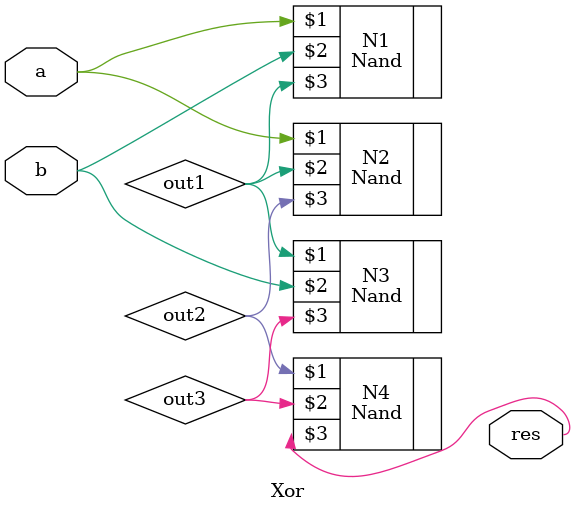
<source format=v>
module Xor (input a, b, output res);
    wire out1, out2, out3;

    Nand N1 (a, b, out1);
    Nand N2 (a, out1, out2);
    Nand N3 (out1, b, out3);
    Nand N4 (out2, out3, res);

endmodule

</source>
